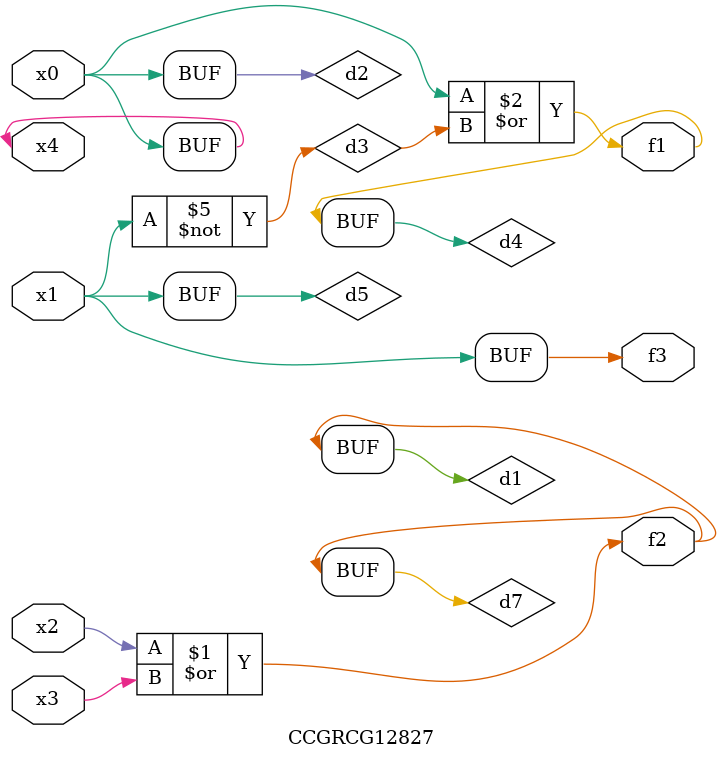
<source format=v>
module CCGRCG12827(
	input x0, x1, x2, x3, x4,
	output f1, f2, f3
);

	wire d1, d2, d3, d4, d5, d6, d7;

	or (d1, x2, x3);
	buf (d2, x0, x4);
	not (d3, x1);
	or (d4, d2, d3);
	not (d5, d3);
	nand (d6, d1, d3);
	or (d7, d1);
	assign f1 = d4;
	assign f2 = d7;
	assign f3 = d5;
endmodule

</source>
